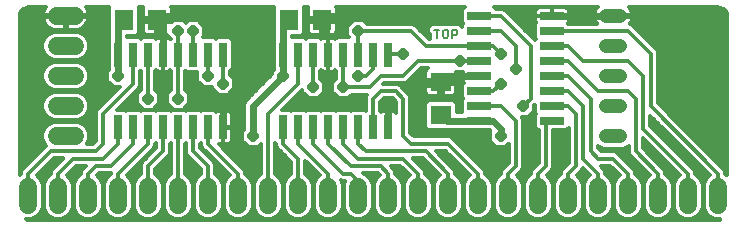
<source format=gtl>
G75*
G70*
%OFA0B0*%
%FSLAX24Y24*%
%IPPOS*%
%LPD*%
%AMOC8*
5,1,8,0,0,1.08239X$1,22.5*
%
%ADD10C,0.0060*%
%ADD11R,0.0260X0.0800*%
%ADD12R,0.0800X0.0260*%
%ADD13C,0.0600*%
%ADD14R,0.0630X0.0709*%
%ADD15R,0.0709X0.0630*%
%ADD16C,0.0480*%
%ADD17C,0.0120*%
%ADD18C,0.0240*%
%ADD19OC8,0.0376*%
D10*
X016447Y009360D02*
X016447Y009620D01*
X016533Y009620D02*
X016360Y009620D01*
X016655Y009577D02*
X016655Y009403D01*
X016698Y009360D01*
X016785Y009360D01*
X016828Y009403D01*
X016828Y009577D01*
X016785Y009620D01*
X016698Y009620D01*
X016655Y009577D01*
X016949Y009620D02*
X016949Y009360D01*
X016949Y009447D02*
X017079Y009447D01*
X017123Y009490D01*
X017123Y009577D01*
X017079Y009620D01*
X016949Y009620D01*
D11*
X014830Y008790D03*
X014330Y008790D03*
X013830Y008790D03*
X013330Y008790D03*
X012830Y008790D03*
X012330Y008790D03*
X011830Y008790D03*
X011330Y008790D03*
X009330Y008790D03*
X008830Y008790D03*
X008330Y008790D03*
X007830Y008790D03*
X007330Y008790D03*
X006830Y008790D03*
X006330Y008790D03*
X005830Y008790D03*
X005830Y006370D03*
X006330Y006370D03*
X006830Y006370D03*
X007330Y006370D03*
X007830Y006370D03*
X008330Y006370D03*
X008830Y006370D03*
X009330Y006370D03*
X011330Y006370D03*
X011830Y006370D03*
X012330Y006370D03*
X012830Y006370D03*
X013330Y006370D03*
X013830Y006370D03*
X014330Y006370D03*
X014830Y006370D03*
D12*
X017870Y006580D03*
X017870Y007080D03*
X017870Y007580D03*
X017870Y008080D03*
X017870Y008580D03*
X017870Y009080D03*
X017870Y009580D03*
X017870Y010080D03*
X020290Y010080D03*
X020290Y009580D03*
X020290Y009080D03*
X020290Y008580D03*
X020290Y008080D03*
X020290Y007580D03*
X020290Y007080D03*
X020290Y006580D03*
D13*
X019830Y004380D02*
X019830Y003780D01*
X018830Y003780D02*
X018830Y004380D01*
X017830Y004380D02*
X017830Y003780D01*
X016830Y003780D02*
X016830Y004380D01*
X015830Y004380D02*
X015830Y003780D01*
X014830Y003780D02*
X014830Y004380D01*
X013830Y004380D02*
X013830Y003780D01*
X012830Y003780D02*
X012830Y004380D01*
X011830Y004380D02*
X011830Y003780D01*
X010830Y003780D02*
X010830Y004380D01*
X009830Y004380D02*
X009830Y003780D01*
X008830Y003780D02*
X008830Y004380D01*
X007830Y004380D02*
X007830Y003780D01*
X006830Y003780D02*
X006830Y004380D01*
X005830Y004380D02*
X005830Y003780D01*
X004830Y003780D02*
X004830Y004380D01*
X003830Y004380D02*
X003830Y003780D01*
X002830Y003780D02*
X002830Y004380D01*
X003780Y006080D02*
X004380Y006080D01*
X004380Y007080D02*
X003780Y007080D01*
X003780Y008080D02*
X004380Y008080D01*
X004380Y009080D02*
X003780Y009080D01*
X003780Y010080D02*
X004380Y010080D01*
X020830Y004380D02*
X020830Y003780D01*
X021830Y003780D02*
X021830Y004380D01*
X022830Y004380D02*
X022830Y003780D01*
X023830Y003780D02*
X023830Y004380D01*
X024830Y004380D02*
X024830Y003780D01*
X025830Y003780D02*
X025830Y004380D01*
D14*
X012631Y009955D03*
X011529Y009955D03*
X007131Y009955D03*
X006029Y009955D03*
D15*
X016580Y007881D03*
X016580Y006779D03*
D16*
X022090Y007080D02*
X022570Y007080D01*
X022570Y006080D02*
X022090Y006080D01*
X022090Y008080D02*
X022570Y008080D01*
X022570Y009080D02*
X022090Y009080D01*
X022090Y010080D02*
X022570Y010080D01*
D17*
X002925Y003300D02*
X002763Y003300D01*
X002773Y003296D01*
X002830Y003290D01*
X025830Y003290D01*
X025887Y003296D01*
X025897Y003300D01*
X025735Y003300D01*
X025558Y003373D01*
X025423Y003508D01*
X025350Y003685D01*
X025350Y004475D01*
X025423Y004652D01*
X025546Y004775D01*
X023570Y006751D01*
X023570Y006429D01*
X025033Y004966D01*
X025070Y004878D01*
X025070Y004800D01*
X025102Y004787D01*
X025237Y004652D01*
X025310Y004475D01*
X025310Y003685D01*
X025237Y003508D01*
X025102Y003373D01*
X024925Y003300D01*
X024735Y003300D01*
X024558Y003373D01*
X024423Y003508D01*
X024350Y003685D01*
X024350Y004475D01*
X024423Y004652D01*
X024546Y004775D01*
X023320Y006001D01*
X023320Y005679D01*
X024033Y004966D01*
X024070Y004878D01*
X024070Y004800D01*
X024102Y004787D01*
X024237Y004652D01*
X024310Y004475D01*
X024310Y003685D01*
X024237Y003508D01*
X024102Y003373D01*
X023925Y003300D01*
X023735Y003300D01*
X023558Y003373D01*
X023423Y003508D01*
X023350Y003685D01*
X023350Y004475D01*
X023423Y004652D01*
X023546Y004775D01*
X022944Y005377D01*
X022877Y005444D01*
X022840Y005532D01*
X022840Y005756D01*
X022808Y005724D01*
X022654Y005660D01*
X022006Y005660D01*
X021852Y005724D01*
X021820Y005756D01*
X021820Y005679D01*
X021929Y005570D01*
X022378Y005570D01*
X022466Y005533D01*
X022533Y005466D01*
X023033Y004966D01*
X023070Y004878D01*
X023070Y004800D01*
X023102Y004787D01*
X023237Y004652D01*
X023310Y004475D01*
X023310Y003685D01*
X023237Y003508D01*
X023102Y003373D01*
X022925Y003300D01*
X022735Y003300D01*
X022558Y003373D01*
X022423Y003508D01*
X022350Y003685D01*
X022350Y004475D01*
X022423Y004652D01*
X022546Y004775D01*
X022231Y005090D01*
X021909Y005090D01*
X022033Y004966D01*
X022070Y004878D01*
X022070Y004800D01*
X022102Y004787D01*
X022237Y004652D01*
X022310Y004475D01*
X022310Y003685D01*
X022237Y003508D01*
X022102Y003373D01*
X021925Y003300D01*
X021735Y003300D01*
X021558Y003373D01*
X021423Y003508D01*
X021350Y003685D01*
X021350Y004475D01*
X021423Y004652D01*
X021546Y004775D01*
X021311Y005010D01*
X021283Y004944D01*
X021216Y004877D01*
X021114Y004775D01*
X021237Y004652D01*
X021310Y004475D01*
X021310Y003685D01*
X021237Y003508D01*
X021102Y003373D01*
X020925Y003300D01*
X020735Y003300D01*
X020558Y003373D01*
X020423Y003508D01*
X020350Y003685D01*
X020350Y004475D01*
X020423Y004652D01*
X020558Y004787D01*
X020590Y004800D01*
X020590Y004878D01*
X020627Y004966D01*
X020840Y005179D01*
X020840Y006345D01*
X020765Y006270D01*
X020320Y006270D01*
X020320Y005032D01*
X020283Y004944D01*
X020216Y004877D01*
X020216Y004877D01*
X020114Y004775D01*
X020237Y004652D01*
X020310Y004475D01*
X020310Y003685D01*
X020237Y003508D01*
X020102Y003373D01*
X019925Y003300D01*
X019735Y003300D01*
X019558Y003373D01*
X019423Y003508D01*
X019350Y003685D01*
X019350Y004475D01*
X019423Y004652D01*
X019558Y004787D01*
X019590Y004800D01*
X019590Y004878D01*
X019627Y004966D01*
X019840Y005179D01*
X019840Y006270D01*
X019815Y006270D01*
X019710Y006375D01*
X019710Y006785D01*
X019755Y006830D01*
X019710Y006875D01*
X019710Y007121D01*
X019698Y007109D01*
X019698Y006928D01*
X019482Y006712D01*
X019285Y006712D01*
X019320Y006628D01*
X019320Y005032D01*
X019283Y004944D01*
X019216Y004877D01*
X019114Y004775D01*
X019237Y004652D01*
X019310Y004475D01*
X019310Y003685D01*
X019237Y003508D01*
X019102Y003373D01*
X018925Y003300D01*
X018735Y003300D01*
X018558Y003373D01*
X018423Y003508D01*
X018350Y003685D01*
X018350Y004475D01*
X018423Y004652D01*
X018558Y004787D01*
X018590Y004800D01*
X018590Y004878D01*
X018627Y004966D01*
X018840Y005179D01*
X018840Y005819D01*
X018732Y005712D01*
X018428Y005712D01*
X018212Y005928D01*
X018212Y006232D01*
X018233Y006253D01*
X018216Y006270D01*
X017395Y006270D01*
X017385Y006280D01*
X016719Y006280D01*
X016710Y006284D01*
X016151Y006284D01*
X016046Y006389D01*
X016046Y007168D01*
X016151Y007274D01*
X017009Y007274D01*
X017114Y007168D01*
X017114Y006880D01*
X017290Y006880D01*
X017290Y007285D01*
X017335Y007330D01*
X017290Y007375D01*
X017290Y007785D01*
X017350Y007844D01*
X017342Y007852D01*
X017321Y007888D01*
X017310Y007929D01*
X017310Y008075D01*
X017865Y008075D01*
X017865Y008085D01*
X017310Y008085D01*
X017310Y008212D01*
X017094Y008212D01*
X017094Y007941D01*
X016640Y007941D01*
X016640Y007821D01*
X016640Y007406D01*
X016955Y007406D01*
X016996Y007417D01*
X017033Y007438D01*
X017062Y007468D01*
X017083Y007504D01*
X017094Y007545D01*
X017094Y007821D01*
X016640Y007821D01*
X016520Y007821D01*
X016520Y007406D01*
X016205Y007406D01*
X016164Y007417D01*
X016127Y007438D01*
X016098Y007468D01*
X016077Y007504D01*
X016066Y007545D01*
X016066Y007821D01*
X016520Y007821D01*
X016520Y007941D01*
X016066Y007941D01*
X016066Y008217D01*
X016077Y008258D01*
X016098Y008294D01*
X016127Y008324D01*
X016155Y008340D01*
X015929Y008340D01*
X015466Y007877D01*
X015378Y007840D01*
X014679Y007840D01*
X014659Y007820D01*
X015128Y007820D01*
X015216Y007783D01*
X015466Y007533D01*
X015533Y007466D01*
X015570Y007378D01*
X015570Y006179D01*
X015679Y006070D01*
X016878Y006070D01*
X016966Y006033D01*
X017966Y005033D01*
X018033Y004966D01*
X018070Y004878D01*
X018070Y004800D01*
X018102Y004787D01*
X018237Y004652D01*
X018310Y004475D01*
X018310Y003685D01*
X018237Y003508D01*
X018102Y003373D01*
X017925Y003300D01*
X017735Y003300D01*
X017558Y003373D01*
X017423Y003508D01*
X017350Y003685D01*
X017350Y004475D01*
X017423Y004652D01*
X017546Y004775D01*
X016731Y005590D01*
X016409Y005590D01*
X017033Y004966D01*
X017070Y004878D01*
X017070Y004800D01*
X017102Y004787D01*
X017237Y004652D01*
X017310Y004475D01*
X017310Y003685D01*
X017237Y003508D01*
X017102Y003373D01*
X016925Y003300D01*
X016735Y003300D01*
X016558Y003373D01*
X016423Y003508D01*
X016350Y003685D01*
X016350Y004475D01*
X016423Y004652D01*
X016546Y004775D01*
X015981Y005340D01*
X015659Y005340D01*
X016033Y004966D01*
X016070Y004878D01*
X016070Y004800D01*
X016102Y004787D01*
X016237Y004652D01*
X016310Y004475D01*
X016310Y003685D01*
X016237Y003508D01*
X016102Y003373D01*
X015925Y003300D01*
X015735Y003300D01*
X015558Y003373D01*
X015423Y003508D01*
X015350Y003685D01*
X015350Y004475D01*
X015423Y004652D01*
X015546Y004775D01*
X015231Y005090D01*
X014909Y005090D01*
X015033Y004966D01*
X015070Y004878D01*
X015070Y004800D01*
X015102Y004787D01*
X015237Y004652D01*
X015310Y004475D01*
X015310Y003685D01*
X015237Y003508D01*
X015102Y003373D01*
X014925Y003300D01*
X014735Y003300D01*
X014558Y003373D01*
X014423Y003508D01*
X014350Y003685D01*
X014350Y004475D01*
X014423Y004652D01*
X014546Y004775D01*
X014481Y004840D01*
X013974Y004840D01*
X014102Y004787D01*
X014237Y004652D01*
X014310Y004475D01*
X014310Y003685D01*
X014237Y003508D01*
X014102Y003373D01*
X013925Y003300D01*
X013735Y003300D01*
X013558Y003373D01*
X013423Y003508D01*
X013350Y003685D01*
X013350Y004475D01*
X013397Y004590D01*
X013282Y004590D01*
X013258Y004600D01*
X013310Y004475D01*
X013310Y003685D01*
X013237Y003508D01*
X013102Y003373D01*
X012925Y003300D01*
X012735Y003300D01*
X012558Y003373D01*
X012423Y003508D01*
X012350Y003685D01*
X012350Y004475D01*
X012423Y004652D01*
X012546Y004775D01*
X012070Y005251D01*
X012070Y004800D01*
X012102Y004787D01*
X012237Y004652D01*
X012310Y004475D01*
X012310Y003685D01*
X012237Y003508D01*
X012102Y003373D01*
X011925Y003300D01*
X011735Y003300D01*
X011558Y003373D01*
X011423Y003508D01*
X011350Y003685D01*
X011350Y004475D01*
X011423Y004652D01*
X011558Y004787D01*
X011590Y004800D01*
X011590Y005231D01*
X011194Y005627D01*
X011127Y005694D01*
X011090Y005782D01*
X011090Y005825D01*
X011070Y005845D01*
X011070Y004800D01*
X011102Y004787D01*
X011237Y004652D01*
X011310Y004475D01*
X011310Y003685D01*
X011237Y003508D01*
X011102Y003373D01*
X010925Y003300D01*
X010735Y003300D01*
X010558Y003373D01*
X010423Y003508D01*
X010350Y003685D01*
X010350Y004475D01*
X010423Y004652D01*
X010558Y004787D01*
X010590Y004800D01*
X010590Y005819D01*
X010482Y005712D01*
X010178Y005712D01*
X009962Y005928D01*
X009962Y006232D01*
X010030Y006301D01*
X010030Y007140D01*
X010076Y007250D01*
X010160Y007334D01*
X010962Y008136D01*
X010962Y008232D01*
X011030Y008301D01*
X011030Y008305D01*
X011020Y008315D01*
X011020Y009265D01*
X011030Y009275D01*
X011030Y009941D01*
X011034Y009950D01*
X011034Y010370D01*
X007596Y010370D01*
X007606Y010330D01*
X007606Y010015D01*
X007191Y010015D01*
X007191Y009895D01*
X007191Y009441D01*
X007462Y009441D01*
X007462Y009428D01*
X007572Y009317D01*
X007566Y009310D01*
X007558Y009318D01*
X007522Y009339D01*
X007481Y009350D01*
X007335Y009350D01*
X007335Y008795D01*
X007325Y008795D01*
X007325Y009350D01*
X007179Y009350D01*
X007138Y009339D01*
X007102Y009318D01*
X007094Y009310D01*
X007035Y009370D01*
X006625Y009370D01*
X006580Y009325D01*
X006535Y009370D01*
X006130Y009370D01*
X006130Y009421D01*
X006418Y009421D01*
X006524Y009526D01*
X006524Y010370D01*
X006667Y010370D01*
X006656Y010330D01*
X006656Y010015D01*
X007071Y010015D01*
X007071Y009895D01*
X006656Y009895D01*
X006656Y009580D01*
X006667Y009539D01*
X006688Y009502D01*
X006718Y009473D01*
X006754Y009452D01*
X006795Y009441D01*
X007071Y009441D01*
X007071Y009895D01*
X007191Y009895D01*
X007606Y009895D01*
X007606Y009877D01*
X007678Y009948D01*
X007982Y009948D01*
X008080Y009851D01*
X008178Y009948D01*
X008482Y009948D01*
X008698Y009732D01*
X008698Y009428D01*
X008641Y009370D01*
X009035Y009370D01*
X009080Y009325D01*
X009125Y009370D01*
X009535Y009370D01*
X009640Y009265D01*
X009640Y008315D01*
X009570Y008245D01*
X009570Y008111D01*
X009698Y007982D01*
X009698Y007678D01*
X009482Y007462D01*
X009178Y007462D01*
X008962Y007678D01*
X008962Y007712D01*
X008678Y007712D01*
X008462Y007928D01*
X008462Y008210D01*
X008125Y008210D01*
X008080Y008255D01*
X008070Y008245D01*
X008070Y007611D01*
X008198Y007482D01*
X008198Y007178D01*
X007982Y006962D01*
X007678Y006962D01*
X007462Y007178D01*
X007462Y007482D01*
X007590Y007611D01*
X007590Y008245D01*
X007566Y008270D01*
X007558Y008262D01*
X007522Y008241D01*
X007481Y008230D01*
X007335Y008230D01*
X007335Y008785D01*
X007325Y008785D01*
X007325Y008230D01*
X007179Y008230D01*
X007138Y008241D01*
X007102Y008262D01*
X007094Y008270D01*
X007070Y008245D01*
X007070Y007611D01*
X007198Y007482D01*
X007198Y007178D01*
X006982Y006962D01*
X006678Y006962D01*
X006462Y007178D01*
X006462Y007482D01*
X006590Y007611D01*
X006590Y008245D01*
X006580Y008255D01*
X006570Y008245D01*
X006570Y007782D01*
X006533Y007694D01*
X006466Y007627D01*
X006466Y007627D01*
X005789Y006950D01*
X006035Y006950D01*
X006080Y006905D01*
X006125Y006950D01*
X006535Y006950D01*
X006580Y006905D01*
X006625Y006950D01*
X007035Y006950D01*
X007080Y006905D01*
X007125Y006950D01*
X007535Y006950D01*
X007580Y006905D01*
X007625Y006950D01*
X008035Y006950D01*
X008080Y006905D01*
X008125Y006950D01*
X008535Y006950D01*
X008580Y006905D01*
X008625Y006950D01*
X009035Y006950D01*
X009094Y006890D01*
X009102Y006898D01*
X009138Y006919D01*
X009179Y006930D01*
X009325Y006930D01*
X009325Y006375D01*
X009335Y006375D01*
X009335Y006930D01*
X009481Y006930D01*
X009522Y006919D01*
X009558Y006898D01*
X009588Y006868D01*
X009609Y006832D01*
X009620Y006791D01*
X009620Y006375D01*
X009335Y006375D01*
X009335Y006365D01*
X009620Y006365D01*
X009620Y005949D01*
X009609Y005908D01*
X009588Y005872D01*
X009558Y005842D01*
X009522Y005821D01*
X009481Y005810D01*
X009335Y005810D01*
X009335Y006365D01*
X009325Y006365D01*
X009325Y005810D01*
X009189Y005810D01*
X009966Y005033D01*
X010033Y004966D01*
X010070Y004878D01*
X010070Y004800D01*
X010102Y004787D01*
X010237Y004652D01*
X010310Y004475D01*
X010310Y003685D01*
X010237Y003508D01*
X010102Y003373D01*
X009925Y003300D01*
X009735Y003300D01*
X009558Y003373D01*
X009423Y003508D01*
X009350Y003685D01*
X009350Y004475D01*
X009423Y004652D01*
X009546Y004775D01*
X008627Y005694D01*
X008590Y005782D01*
X008590Y005825D01*
X008580Y005835D01*
X008570Y005825D01*
X008570Y005679D01*
X009033Y005216D01*
X009070Y005128D01*
X009070Y004800D01*
X009102Y004787D01*
X009237Y004652D01*
X009310Y004475D01*
X009310Y003685D01*
X009237Y003508D01*
X009102Y003373D01*
X008925Y003300D01*
X008735Y003300D01*
X008558Y003373D01*
X008423Y003508D01*
X008350Y003685D01*
X008350Y004475D01*
X008423Y004652D01*
X008558Y004787D01*
X008590Y004800D01*
X008590Y004981D01*
X008194Y005377D01*
X008127Y005444D01*
X008090Y005532D01*
X008090Y005825D01*
X008080Y005835D01*
X008070Y005825D01*
X008070Y004800D01*
X008102Y004787D01*
X008237Y004652D01*
X008310Y004475D01*
X008310Y003685D01*
X008237Y003508D01*
X008102Y003373D01*
X007925Y003300D01*
X007735Y003300D01*
X007558Y003373D01*
X007423Y003508D01*
X007350Y003685D01*
X007350Y004475D01*
X007423Y004652D01*
X007558Y004787D01*
X007590Y004800D01*
X007590Y005825D01*
X007580Y005835D01*
X007570Y005825D01*
X007570Y005532D01*
X007533Y005444D01*
X007070Y004981D01*
X007070Y004800D01*
X007102Y004787D01*
X007237Y004652D01*
X007310Y004475D01*
X007310Y003685D01*
X007237Y003508D01*
X007102Y003373D01*
X006925Y003300D01*
X006735Y003300D01*
X006558Y003373D01*
X006423Y003508D01*
X006350Y003685D01*
X006350Y004475D01*
X006423Y004652D01*
X006558Y004787D01*
X006590Y004800D01*
X006590Y005128D01*
X006627Y005216D01*
X006694Y005283D01*
X007090Y005679D01*
X007090Y005825D01*
X007080Y005835D01*
X007070Y005825D01*
X007070Y005782D01*
X007033Y005694D01*
X006114Y004775D01*
X006237Y004652D01*
X006310Y004475D01*
X006310Y003685D01*
X006237Y003508D01*
X006102Y003373D01*
X005925Y003300D01*
X005735Y003300D01*
X005558Y003373D01*
X005423Y003508D01*
X005350Y003685D01*
X005350Y004475D01*
X005423Y004652D01*
X005558Y004787D01*
X005590Y004800D01*
X005590Y004840D01*
X005179Y004840D01*
X005114Y004775D01*
X005237Y004652D01*
X005310Y004475D01*
X005310Y003685D01*
X005237Y003508D01*
X005102Y003373D01*
X004925Y003300D01*
X004735Y003300D01*
X004558Y003373D01*
X004423Y003508D01*
X004350Y003685D01*
X004350Y004475D01*
X004423Y004652D01*
X004558Y004787D01*
X004590Y004800D01*
X004590Y004878D01*
X004627Y004966D01*
X004694Y005033D01*
X004751Y005090D01*
X004429Y005090D01*
X004114Y004775D01*
X004237Y004652D01*
X004310Y004475D01*
X004310Y003685D01*
X004237Y003508D01*
X004102Y003373D01*
X003925Y003300D01*
X003735Y003300D01*
X003558Y003373D01*
X003423Y003508D01*
X003350Y003685D01*
X003350Y004475D01*
X003423Y004652D01*
X003558Y004787D01*
X003590Y004800D01*
X003590Y004878D01*
X003627Y004966D01*
X003694Y005033D01*
X004001Y005340D01*
X003679Y005340D01*
X003114Y004775D01*
X003237Y004652D01*
X003310Y004475D01*
X003310Y003685D01*
X003237Y003508D01*
X003102Y003373D01*
X002925Y003300D01*
X002967Y003317D02*
X003693Y003317D01*
X003496Y003436D02*
X003164Y003436D01*
X003256Y003554D02*
X003404Y003554D01*
X003355Y003673D02*
X003305Y003673D01*
X003310Y003791D02*
X003350Y003791D01*
X003350Y003910D02*
X003310Y003910D01*
X003310Y004028D02*
X003350Y004028D01*
X003350Y004147D02*
X003310Y004147D01*
X003310Y004265D02*
X003350Y004265D01*
X003350Y004384D02*
X003310Y004384D01*
X003299Y004502D02*
X003361Y004502D01*
X003410Y004621D02*
X003250Y004621D01*
X003150Y004739D02*
X003510Y004739D01*
X003590Y004858D02*
X003197Y004858D01*
X003315Y004976D02*
X003637Y004976D01*
X003755Y005095D02*
X003434Y005095D01*
X003552Y005213D02*
X003874Y005213D01*
X003992Y005332D02*
X003671Y005332D01*
X003580Y005580D02*
X002830Y004830D01*
X002830Y004080D01*
X003830Y004080D02*
X003830Y004830D01*
X004330Y005330D01*
X005330Y005330D01*
X005830Y005830D01*
X005830Y006370D01*
X006330Y006370D02*
X006330Y005830D01*
X005580Y005080D01*
X005080Y005080D01*
X004830Y004830D01*
X004830Y004080D01*
X005310Y004028D02*
X005350Y004028D01*
X005350Y003910D02*
X005310Y003910D01*
X005310Y003791D02*
X005350Y003791D01*
X005355Y003673D02*
X005305Y003673D01*
X005256Y003554D02*
X005404Y003554D01*
X005496Y003436D02*
X005164Y003436D01*
X004967Y003317D02*
X005693Y003317D01*
X005967Y003317D02*
X006693Y003317D01*
X006496Y003436D02*
X006164Y003436D01*
X006256Y003554D02*
X006404Y003554D01*
X006355Y003673D02*
X006305Y003673D01*
X006310Y003791D02*
X006350Y003791D01*
X006350Y003910D02*
X006310Y003910D01*
X006310Y004028D02*
X006350Y004028D01*
X006350Y004147D02*
X006310Y004147D01*
X006310Y004265D02*
X006350Y004265D01*
X006350Y004384D02*
X006310Y004384D01*
X006299Y004502D02*
X006361Y004502D01*
X006410Y004621D02*
X006250Y004621D01*
X006150Y004739D02*
X006510Y004739D01*
X006590Y004858D02*
X006197Y004858D01*
X006315Y004976D02*
X006590Y004976D01*
X006590Y005095D02*
X006434Y005095D01*
X006552Y005213D02*
X006625Y005213D01*
X006671Y005332D02*
X006742Y005332D01*
X006789Y005450D02*
X006861Y005450D01*
X006908Y005569D02*
X006979Y005569D01*
X007026Y005687D02*
X007090Y005687D01*
X007090Y005806D02*
X007070Y005806D01*
X006830Y005830D02*
X005830Y004830D01*
X005830Y004080D01*
X005350Y004147D02*
X005310Y004147D01*
X005310Y004265D02*
X005350Y004265D01*
X005350Y004384D02*
X005310Y004384D01*
X005299Y004502D02*
X005361Y004502D01*
X005410Y004621D02*
X005250Y004621D01*
X005150Y004739D02*
X005510Y004739D01*
X004637Y004976D02*
X004315Y004976D01*
X004197Y004858D02*
X004590Y004858D01*
X004510Y004739D02*
X004150Y004739D01*
X004250Y004621D02*
X004410Y004621D01*
X004361Y004502D02*
X004299Y004502D01*
X004310Y004384D02*
X004350Y004384D01*
X004350Y004265D02*
X004310Y004265D01*
X004310Y004147D02*
X004350Y004147D01*
X004350Y004028D02*
X004310Y004028D01*
X004310Y003910D02*
X004350Y003910D01*
X004350Y003791D02*
X004310Y003791D01*
X004305Y003673D02*
X004355Y003673D01*
X004404Y003554D02*
X004256Y003554D01*
X004164Y003436D02*
X004496Y003436D01*
X004693Y003317D02*
X003967Y003317D01*
X002590Y004800D02*
X002558Y004787D01*
X002540Y004769D01*
X002540Y010080D01*
X002546Y010137D01*
X002589Y010241D01*
X002669Y010321D01*
X002773Y010364D01*
X002830Y010370D01*
X003422Y010370D01*
X003387Y010321D01*
X003354Y010257D01*
X003331Y010188D01*
X003321Y010120D01*
X004040Y010120D01*
X004040Y010040D01*
X004120Y010040D01*
X004120Y010120D01*
X004839Y010120D01*
X004829Y010188D01*
X004806Y010257D01*
X004773Y010321D01*
X004738Y010370D01*
X005534Y010370D01*
X005534Y009950D01*
X005530Y009941D01*
X005530Y009275D01*
X005520Y009265D01*
X005520Y008315D01*
X005530Y008305D01*
X005530Y008301D01*
X005462Y008232D01*
X005462Y007928D01*
X005678Y007712D01*
X005872Y007712D01*
X005194Y007033D01*
X005127Y006966D01*
X005090Y006878D01*
X005090Y005929D01*
X004981Y005820D01*
X004792Y005820D01*
X004860Y005985D01*
X004860Y006175D01*
X004787Y006352D01*
X004652Y006487D01*
X004475Y006560D01*
X003685Y006560D01*
X003508Y006487D01*
X003373Y006352D01*
X003300Y006175D01*
X003300Y005985D01*
X003373Y005808D01*
X003421Y005760D01*
X002694Y005033D01*
X002627Y004966D01*
X002590Y004878D01*
X002590Y004800D01*
X002590Y004858D02*
X002540Y004858D01*
X002540Y004976D02*
X002637Y004976D01*
X002540Y005095D02*
X002755Y005095D01*
X002874Y005213D02*
X002540Y005213D01*
X002540Y005332D02*
X002992Y005332D01*
X003111Y005450D02*
X002540Y005450D01*
X002540Y005569D02*
X003229Y005569D01*
X003348Y005687D02*
X002540Y005687D01*
X002540Y005806D02*
X003376Y005806D01*
X003325Y005924D02*
X002540Y005924D01*
X002540Y006043D02*
X003300Y006043D01*
X003300Y006161D02*
X002540Y006161D01*
X002540Y006280D02*
X003343Y006280D01*
X003419Y006398D02*
X002540Y006398D01*
X002540Y006517D02*
X003580Y006517D01*
X003600Y006635D02*
X002540Y006635D01*
X002540Y006754D02*
X003428Y006754D01*
X003373Y006808D02*
X003508Y006673D01*
X003685Y006600D01*
X004475Y006600D01*
X004652Y006673D01*
X004787Y006808D01*
X004860Y006985D01*
X004860Y007175D01*
X004787Y007352D01*
X004652Y007487D01*
X004475Y007560D01*
X003685Y007560D01*
X003508Y007487D01*
X003373Y007352D01*
X003300Y007175D01*
X003300Y006985D01*
X003373Y006808D01*
X003347Y006872D02*
X002540Y006872D01*
X002540Y006991D02*
X003300Y006991D01*
X003300Y007109D02*
X002540Y007109D01*
X002540Y007228D02*
X003322Y007228D01*
X003371Y007346D02*
X002540Y007346D01*
X002540Y007465D02*
X003486Y007465D01*
X003508Y007673D02*
X003685Y007600D01*
X004475Y007600D01*
X004652Y007673D01*
X004787Y007808D01*
X004860Y007985D01*
X004860Y008175D01*
X004787Y008352D01*
X004652Y008487D01*
X004475Y008560D01*
X003685Y008560D01*
X003508Y008487D01*
X003373Y008352D01*
X003300Y008175D01*
X003300Y007985D01*
X003373Y007808D01*
X003508Y007673D01*
X003480Y007702D02*
X002540Y007702D01*
X002540Y007820D02*
X003368Y007820D01*
X003319Y007939D02*
X002540Y007939D01*
X002540Y008057D02*
X003300Y008057D01*
X003300Y008176D02*
X002540Y008176D01*
X002540Y008294D02*
X003349Y008294D01*
X003434Y008413D02*
X002540Y008413D01*
X002540Y008531D02*
X003615Y008531D01*
X003685Y008600D02*
X003508Y008673D01*
X003373Y008808D01*
X003300Y008985D01*
X003300Y009175D01*
X003373Y009352D01*
X003508Y009487D01*
X003685Y009560D01*
X004475Y009560D01*
X004652Y009487D01*
X004787Y009352D01*
X004860Y009175D01*
X004860Y008985D01*
X004787Y008808D01*
X004652Y008673D01*
X004475Y008600D01*
X003685Y008600D01*
X003565Y008650D02*
X002540Y008650D01*
X002540Y008768D02*
X003413Y008768D01*
X003341Y008887D02*
X002540Y008887D01*
X002540Y009005D02*
X003300Y009005D01*
X003300Y009124D02*
X002540Y009124D01*
X002540Y009242D02*
X003328Y009242D01*
X003382Y009361D02*
X002540Y009361D01*
X002540Y009479D02*
X003500Y009479D01*
X003603Y009654D02*
X003672Y009631D01*
X003744Y009620D01*
X004040Y009620D01*
X004040Y010040D01*
X003321Y010040D01*
X003331Y009972D01*
X003354Y009903D01*
X003387Y009839D01*
X003429Y009780D01*
X003480Y009729D01*
X003539Y009687D01*
X003603Y009654D01*
X003498Y009716D02*
X002540Y009716D01*
X002540Y009598D02*
X005530Y009598D01*
X005530Y009716D02*
X004662Y009716D01*
X004680Y009729D02*
X004731Y009780D01*
X004773Y009839D01*
X004806Y009903D01*
X004829Y009972D01*
X004839Y010040D01*
X004120Y010040D01*
X004120Y009620D01*
X004416Y009620D01*
X004488Y009631D01*
X004557Y009654D01*
X004621Y009687D01*
X004680Y009729D01*
X004770Y009835D02*
X005530Y009835D01*
X005534Y009953D02*
X004822Y009953D01*
X004828Y010190D02*
X005534Y010190D01*
X005534Y010072D02*
X004120Y010072D01*
X004040Y010072D02*
X002540Y010072D01*
X002540Y009953D02*
X003338Y009953D01*
X003390Y009835D02*
X002540Y009835D01*
X002568Y010190D02*
X003332Y010190D01*
X003380Y010309D02*
X002656Y010309D01*
X004040Y009953D02*
X004120Y009953D01*
X004120Y009835D02*
X004040Y009835D01*
X004040Y009716D02*
X004120Y009716D01*
X004660Y009479D02*
X005530Y009479D01*
X005530Y009361D02*
X004778Y009361D01*
X004832Y009242D02*
X005520Y009242D01*
X005520Y009124D02*
X004860Y009124D01*
X004860Y009005D02*
X005520Y009005D01*
X005520Y008887D02*
X004819Y008887D01*
X004747Y008768D02*
X005520Y008768D01*
X005520Y008650D02*
X004595Y008650D01*
X004545Y008531D02*
X005520Y008531D01*
X005520Y008413D02*
X004726Y008413D01*
X004811Y008294D02*
X005523Y008294D01*
X005462Y008176D02*
X004860Y008176D01*
X004860Y008057D02*
X005462Y008057D01*
X005462Y007939D02*
X004841Y007939D01*
X004792Y007820D02*
X005569Y007820D01*
X005862Y007702D02*
X004680Y007702D01*
X004674Y007465D02*
X005625Y007465D01*
X005744Y007583D02*
X002540Y007583D01*
X004560Y006635D02*
X005090Y006635D01*
X005090Y006517D02*
X004580Y006517D01*
X004741Y006398D02*
X005090Y006398D01*
X005090Y006280D02*
X004817Y006280D01*
X004860Y006161D02*
X005090Y006161D01*
X005090Y006043D02*
X004860Y006043D01*
X004835Y005924D02*
X005085Y005924D01*
X005330Y005830D02*
X005080Y005580D01*
X003580Y005580D01*
X005330Y005830D02*
X005330Y006830D01*
X006330Y007830D01*
X006330Y008790D01*
X006830Y008790D02*
X006830Y007330D01*
X006462Y007346D02*
X006185Y007346D01*
X006067Y007228D02*
X006462Y007228D01*
X006530Y007109D02*
X005948Y007109D01*
X005830Y006991D02*
X006649Y006991D01*
X007011Y006991D02*
X007649Y006991D01*
X007530Y007109D02*
X007130Y007109D01*
X007198Y007228D02*
X007462Y007228D01*
X007462Y007346D02*
X007198Y007346D01*
X007198Y007465D02*
X007462Y007465D01*
X007562Y007583D02*
X007098Y007583D01*
X007070Y007702D02*
X007590Y007702D01*
X007590Y007820D02*
X007070Y007820D01*
X007070Y007939D02*
X007590Y007939D01*
X007590Y008057D02*
X007070Y008057D01*
X007070Y008176D02*
X007590Y008176D01*
X007335Y008294D02*
X007325Y008294D01*
X007325Y008413D02*
X007335Y008413D01*
X007325Y008531D02*
X007335Y008531D01*
X007325Y008650D02*
X007335Y008650D01*
X007325Y008768D02*
X007335Y008768D01*
X007325Y008887D02*
X007335Y008887D01*
X007325Y009005D02*
X007335Y009005D01*
X007325Y009124D02*
X007335Y009124D01*
X007325Y009242D02*
X007335Y009242D01*
X007529Y009361D02*
X007044Y009361D01*
X007071Y009479D02*
X007191Y009479D01*
X007191Y009598D02*
X007071Y009598D01*
X007071Y009716D02*
X007191Y009716D01*
X007191Y009835D02*
X007071Y009835D01*
X007071Y009953D02*
X006524Y009953D01*
X006524Y009835D02*
X006656Y009835D01*
X006656Y009716D02*
X006524Y009716D01*
X006524Y009598D02*
X006656Y009598D01*
X006712Y009479D02*
X006477Y009479D01*
X006544Y009361D02*
X006616Y009361D01*
X007131Y009955D02*
X007330Y009881D01*
X007191Y009953D02*
X011034Y009953D01*
X011034Y010072D02*
X007606Y010072D01*
X007606Y010190D02*
X011034Y010190D01*
X011034Y010309D02*
X007606Y010309D01*
X006656Y010309D02*
X006524Y010309D01*
X006524Y010190D02*
X006656Y010190D01*
X006656Y010072D02*
X006524Y010072D01*
X006029Y009955D02*
X005830Y009881D01*
X005534Y010309D02*
X004780Y010309D01*
X007830Y009580D02*
X007830Y008790D01*
X007830Y007330D01*
X008198Y007346D02*
X010172Y007346D01*
X010066Y007228D02*
X008198Y007228D01*
X008130Y007109D02*
X010030Y007109D01*
X010030Y006991D02*
X008011Y006991D01*
X008198Y007465D02*
X009175Y007465D01*
X009056Y007583D02*
X008098Y007583D01*
X008070Y007702D02*
X008962Y007702D01*
X008569Y007820D02*
X008070Y007820D01*
X008070Y007939D02*
X008462Y007939D01*
X008462Y008057D02*
X008070Y008057D01*
X008070Y008176D02*
X008462Y008176D01*
X008830Y008080D02*
X008830Y008790D01*
X008330Y008790D02*
X008330Y009580D01*
X008698Y009598D02*
X011030Y009598D01*
X011030Y009716D02*
X008698Y009716D01*
X008596Y009835D02*
X011030Y009835D01*
X011330Y009881D02*
X011529Y009955D01*
X012024Y009953D02*
X012571Y009953D01*
X012571Y009895D02*
X012156Y009895D01*
X012156Y009580D01*
X012167Y009539D01*
X012188Y009502D01*
X012218Y009473D01*
X012254Y009452D01*
X012295Y009441D01*
X012571Y009441D01*
X012571Y009895D01*
X012571Y010015D01*
X012156Y010015D01*
X012156Y010330D01*
X012167Y010370D01*
X012024Y010370D01*
X012024Y009526D01*
X011918Y009421D01*
X011630Y009421D01*
X011630Y009370D01*
X012035Y009370D01*
X012080Y009325D01*
X012125Y009370D01*
X012535Y009370D01*
X012594Y009310D01*
X012602Y009318D01*
X012638Y009339D01*
X012679Y009350D01*
X012825Y009350D01*
X012825Y008795D01*
X012835Y008795D01*
X012835Y009350D01*
X012981Y009350D01*
X013022Y009339D01*
X013058Y009318D01*
X013066Y009310D01*
X013125Y009370D01*
X013519Y009370D01*
X013462Y009428D01*
X013462Y009732D01*
X013678Y009948D01*
X013982Y009948D01*
X014111Y009820D01*
X015628Y009820D01*
X015716Y009783D01*
X015783Y009716D01*
X016159Y009716D01*
X016150Y009707D02*
X016150Y009533D01*
X016237Y009446D01*
X016237Y009320D01*
X016179Y009320D01*
X015783Y009716D01*
X015902Y009598D02*
X016150Y009598D01*
X016150Y009707D02*
X016273Y009830D01*
X017166Y009830D01*
X017210Y009787D01*
X017290Y009707D01*
X017290Y009785D01*
X017335Y009830D01*
X017290Y009875D01*
X017290Y010285D01*
X017375Y010370D01*
X013096Y010370D01*
X013106Y010330D01*
X013106Y010015D01*
X012691Y010015D01*
X012691Y009895D01*
X012691Y009441D01*
X012967Y009441D01*
X013008Y009452D01*
X013044Y009473D01*
X013074Y009502D01*
X013095Y009539D01*
X013106Y009580D01*
X013106Y009895D01*
X012691Y009895D01*
X012571Y009895D01*
X012571Y009835D02*
X012691Y009835D01*
X012691Y009953D02*
X017290Y009953D01*
X017290Y010072D02*
X013106Y010072D01*
X013106Y010190D02*
X017290Y010190D01*
X017314Y010309D02*
X013106Y010309D01*
X012830Y010080D02*
X012830Y009881D01*
X012631Y009955D01*
X012830Y009881D02*
X012830Y008790D01*
X012835Y008785D02*
X012835Y008230D01*
X012981Y008230D01*
X013022Y008241D01*
X013058Y008262D01*
X013066Y008270D01*
X013090Y008245D01*
X013090Y007986D01*
X012962Y007857D01*
X012962Y007553D01*
X013178Y007337D01*
X013482Y007337D01*
X013611Y007465D01*
X014126Y007465D01*
X014090Y007378D01*
X014090Y006915D01*
X014080Y006905D01*
X014035Y006950D01*
X013625Y006950D01*
X013580Y006905D01*
X013535Y006950D01*
X013125Y006950D01*
X013080Y006905D01*
X013035Y006950D01*
X012625Y006950D01*
X012580Y006905D01*
X012535Y006950D01*
X012125Y006950D01*
X012080Y006905D01*
X012035Y006950D01*
X011625Y006950D01*
X011580Y006905D01*
X011535Y006950D01*
X011289Y006950D01*
X011962Y007622D01*
X011962Y007553D01*
X012178Y007337D01*
X012482Y007337D01*
X012698Y007553D01*
X012698Y007857D01*
X012570Y007986D01*
X012570Y008245D01*
X012594Y008270D01*
X012602Y008262D01*
X012638Y008241D01*
X012679Y008230D01*
X012825Y008230D01*
X012825Y008785D01*
X012835Y008785D01*
X012835Y008768D02*
X012825Y008768D01*
X012825Y008650D02*
X012835Y008650D01*
X012825Y008531D02*
X012835Y008531D01*
X012825Y008413D02*
X012835Y008413D01*
X012825Y008294D02*
X012835Y008294D01*
X013090Y008176D02*
X012570Y008176D01*
X012570Y008057D02*
X013090Y008057D01*
X013043Y007939D02*
X012617Y007939D01*
X012698Y007820D02*
X012962Y007820D01*
X012962Y007702D02*
X012698Y007702D01*
X012698Y007583D02*
X012962Y007583D01*
X013050Y007465D02*
X012610Y007465D01*
X012492Y007346D02*
X013168Y007346D01*
X013492Y007346D02*
X014090Y007346D01*
X014090Y007228D02*
X011567Y007228D01*
X011685Y007346D02*
X012168Y007346D01*
X012050Y007465D02*
X011804Y007465D01*
X011922Y007583D02*
X011962Y007583D01*
X012330Y007705D02*
X012330Y008790D01*
X011830Y008790D02*
X011830Y007830D01*
X010830Y006830D01*
X010830Y004080D01*
X010350Y004028D02*
X010310Y004028D01*
X010310Y003910D02*
X010350Y003910D01*
X010350Y003791D02*
X010310Y003791D01*
X010305Y003673D02*
X010355Y003673D01*
X010404Y003554D02*
X010256Y003554D01*
X010164Y003436D02*
X010496Y003436D01*
X010693Y003317D02*
X009967Y003317D01*
X009693Y003317D02*
X008967Y003317D01*
X009164Y003436D02*
X009496Y003436D01*
X009404Y003554D02*
X009256Y003554D01*
X009305Y003673D02*
X009355Y003673D01*
X009350Y003791D02*
X009310Y003791D01*
X009310Y003910D02*
X009350Y003910D01*
X009350Y004028D02*
X009310Y004028D01*
X009310Y004147D02*
X009350Y004147D01*
X009350Y004265D02*
X009310Y004265D01*
X009310Y004384D02*
X009350Y004384D01*
X009361Y004502D02*
X009299Y004502D01*
X009250Y004621D02*
X009410Y004621D01*
X009510Y004739D02*
X009150Y004739D01*
X009070Y004858D02*
X009463Y004858D01*
X009345Y004976D02*
X009070Y004976D01*
X009070Y005095D02*
X009226Y005095D01*
X009108Y005213D02*
X009035Y005213D01*
X008989Y005332D02*
X008918Y005332D01*
X008871Y005450D02*
X008799Y005450D01*
X008752Y005569D02*
X008681Y005569D01*
X008634Y005687D02*
X008570Y005687D01*
X008570Y005806D02*
X008590Y005806D01*
X008830Y005830D02*
X009830Y004830D01*
X009830Y004080D01*
X010310Y004147D02*
X010350Y004147D01*
X010350Y004265D02*
X010310Y004265D01*
X010310Y004384D02*
X010350Y004384D01*
X010361Y004502D02*
X010299Y004502D01*
X010250Y004621D02*
X010410Y004621D01*
X010510Y004739D02*
X010150Y004739D01*
X010070Y004858D02*
X010590Y004858D01*
X010590Y004976D02*
X010023Y004976D01*
X009905Y005095D02*
X010590Y005095D01*
X010590Y005213D02*
X009786Y005213D01*
X009668Y005332D02*
X010590Y005332D01*
X010590Y005450D02*
X009549Y005450D01*
X009431Y005569D02*
X010590Y005569D01*
X010590Y005687D02*
X009312Y005687D01*
X009194Y005806D02*
X010084Y005806D01*
X009965Y005924D02*
X009613Y005924D01*
X009620Y006043D02*
X009962Y006043D01*
X009962Y006161D02*
X009620Y006161D01*
X009620Y006280D02*
X010009Y006280D01*
X010030Y006398D02*
X009620Y006398D01*
X009620Y006517D02*
X010030Y006517D01*
X010030Y006635D02*
X009620Y006635D01*
X009620Y006754D02*
X010030Y006754D01*
X010030Y006872D02*
X009584Y006872D01*
X009335Y006872D02*
X009325Y006872D01*
X009325Y006754D02*
X009335Y006754D01*
X009325Y006635D02*
X009335Y006635D01*
X009325Y006517D02*
X009335Y006517D01*
X009325Y006398D02*
X009335Y006398D01*
X009325Y006280D02*
X009335Y006280D01*
X009325Y006161D02*
X009335Y006161D01*
X009325Y006043D02*
X009335Y006043D01*
X009325Y005924D02*
X009335Y005924D01*
X008830Y005830D02*
X008830Y006370D01*
X008330Y006370D02*
X008330Y005580D01*
X008830Y005080D01*
X008830Y004080D01*
X008350Y004028D02*
X008310Y004028D01*
X008310Y003910D02*
X008350Y003910D01*
X008350Y003791D02*
X008310Y003791D01*
X008305Y003673D02*
X008355Y003673D01*
X008404Y003554D02*
X008256Y003554D01*
X008164Y003436D02*
X008496Y003436D01*
X008693Y003317D02*
X007967Y003317D01*
X007693Y003317D02*
X006967Y003317D01*
X007164Y003436D02*
X007496Y003436D01*
X007404Y003554D02*
X007256Y003554D01*
X007305Y003673D02*
X007355Y003673D01*
X007350Y003791D02*
X007310Y003791D01*
X007310Y003910D02*
X007350Y003910D01*
X007350Y004028D02*
X007310Y004028D01*
X007310Y004147D02*
X007350Y004147D01*
X007350Y004265D02*
X007310Y004265D01*
X007310Y004384D02*
X007350Y004384D01*
X007361Y004502D02*
X007299Y004502D01*
X007250Y004621D02*
X007410Y004621D01*
X007510Y004739D02*
X007150Y004739D01*
X007070Y004858D02*
X007590Y004858D01*
X007590Y004976D02*
X007070Y004976D01*
X007184Y005095D02*
X007590Y005095D01*
X007590Y005213D02*
X007302Y005213D01*
X007421Y005332D02*
X007590Y005332D01*
X007590Y005450D02*
X007536Y005450D01*
X007570Y005569D02*
X007590Y005569D01*
X007590Y005687D02*
X007570Y005687D01*
X007570Y005806D02*
X007590Y005806D01*
X007330Y005580D02*
X006830Y005080D01*
X006830Y004080D01*
X007830Y004080D02*
X007830Y006370D01*
X007330Y006370D02*
X007330Y005580D01*
X006830Y005830D02*
X006830Y006370D01*
X008070Y005806D02*
X008090Y005806D01*
X008090Y005687D02*
X008070Y005687D01*
X008070Y005569D02*
X008090Y005569D01*
X008070Y005450D02*
X008124Y005450D01*
X008070Y005332D02*
X008239Y005332D01*
X008358Y005213D02*
X008070Y005213D01*
X008070Y005095D02*
X008476Y005095D01*
X008590Y004976D02*
X008070Y004976D01*
X008070Y004858D02*
X008590Y004858D01*
X008510Y004739D02*
X008150Y004739D01*
X008250Y004621D02*
X008410Y004621D01*
X008361Y004502D02*
X008299Y004502D01*
X008310Y004384D02*
X008350Y004384D01*
X008350Y004265D02*
X008310Y004265D01*
X008310Y004147D02*
X008350Y004147D01*
X010967Y003317D02*
X011693Y003317D01*
X011496Y003436D02*
X011164Y003436D01*
X011256Y003554D02*
X011404Y003554D01*
X011355Y003673D02*
X011305Y003673D01*
X011310Y003791D02*
X011350Y003791D01*
X011350Y003910D02*
X011310Y003910D01*
X011310Y004028D02*
X011350Y004028D01*
X011350Y004147D02*
X011310Y004147D01*
X011310Y004265D02*
X011350Y004265D01*
X011350Y004384D02*
X011310Y004384D01*
X011299Y004502D02*
X011361Y004502D01*
X011410Y004621D02*
X011250Y004621D01*
X011150Y004739D02*
X011510Y004739D01*
X011590Y004858D02*
X011070Y004858D01*
X011070Y004976D02*
X011590Y004976D01*
X011590Y005095D02*
X011070Y005095D01*
X011070Y005213D02*
X011590Y005213D01*
X011489Y005332D02*
X011070Y005332D01*
X011070Y005450D02*
X011371Y005450D01*
X011252Y005569D02*
X011070Y005569D01*
X011070Y005687D02*
X011134Y005687D01*
X011090Y005806D02*
X011070Y005806D01*
X011330Y005830D02*
X011330Y006370D01*
X011830Y006370D02*
X011830Y005830D01*
X012830Y004830D01*
X012830Y004080D01*
X013310Y004028D02*
X013350Y004028D01*
X013350Y003910D02*
X013310Y003910D01*
X013310Y003791D02*
X013350Y003791D01*
X013355Y003673D02*
X013305Y003673D01*
X013256Y003554D02*
X013404Y003554D01*
X013496Y003436D02*
X013164Y003436D01*
X012967Y003317D02*
X013693Y003317D01*
X013967Y003317D02*
X014693Y003317D01*
X014496Y003436D02*
X014164Y003436D01*
X014256Y003554D02*
X014404Y003554D01*
X014355Y003673D02*
X014305Y003673D01*
X014310Y003791D02*
X014350Y003791D01*
X014350Y003910D02*
X014310Y003910D01*
X014310Y004028D02*
X014350Y004028D01*
X014350Y004147D02*
X014310Y004147D01*
X014310Y004265D02*
X014350Y004265D01*
X014350Y004384D02*
X014310Y004384D01*
X014299Y004502D02*
X014361Y004502D01*
X014410Y004621D02*
X014250Y004621D01*
X014150Y004739D02*
X014510Y004739D01*
X014830Y004830D02*
X014580Y005080D01*
X013580Y005080D01*
X012830Y005830D01*
X012830Y006370D01*
X012330Y006370D02*
X012330Y005830D01*
X013330Y004830D01*
X013580Y004830D01*
X013830Y004580D01*
X013830Y004080D01*
X013350Y004147D02*
X013310Y004147D01*
X013310Y004265D02*
X013350Y004265D01*
X013350Y004384D02*
X013310Y004384D01*
X013299Y004502D02*
X013361Y004502D01*
X012510Y004739D02*
X012150Y004739D01*
X012070Y004858D02*
X012463Y004858D01*
X012345Y004976D02*
X012070Y004976D01*
X012070Y005095D02*
X012226Y005095D01*
X012108Y005213D02*
X012070Y005213D01*
X011830Y005330D02*
X011330Y005830D01*
X010590Y005806D02*
X010576Y005806D01*
X011830Y005330D02*
X011830Y004080D01*
X012310Y004028D02*
X012350Y004028D01*
X012350Y003910D02*
X012310Y003910D01*
X012310Y003791D02*
X012350Y003791D01*
X012355Y003673D02*
X012305Y003673D01*
X012256Y003554D02*
X012404Y003554D01*
X012496Y003436D02*
X012164Y003436D01*
X011967Y003317D02*
X012693Y003317D01*
X012350Y004147D02*
X012310Y004147D01*
X012310Y004265D02*
X012350Y004265D01*
X012350Y004384D02*
X012310Y004384D01*
X012299Y004502D02*
X012361Y004502D01*
X012410Y004621D02*
X012250Y004621D01*
X013330Y005830D02*
X013830Y005330D01*
X015330Y005330D01*
X015830Y004830D01*
X015830Y004080D01*
X016310Y004028D02*
X016350Y004028D01*
X016350Y003910D02*
X016310Y003910D01*
X016310Y003791D02*
X016350Y003791D01*
X016355Y003673D02*
X016305Y003673D01*
X016256Y003554D02*
X016404Y003554D01*
X016496Y003436D02*
X016164Y003436D01*
X015967Y003317D02*
X016693Y003317D01*
X016967Y003317D02*
X017693Y003317D01*
X017496Y003436D02*
X017164Y003436D01*
X017256Y003554D02*
X017404Y003554D01*
X017355Y003673D02*
X017305Y003673D01*
X017310Y003791D02*
X017350Y003791D01*
X017350Y003910D02*
X017310Y003910D01*
X017310Y004028D02*
X017350Y004028D01*
X017350Y004147D02*
X017310Y004147D01*
X017310Y004265D02*
X017350Y004265D01*
X017350Y004384D02*
X017310Y004384D01*
X017299Y004502D02*
X017361Y004502D01*
X017410Y004621D02*
X017250Y004621D01*
X017150Y004739D02*
X017510Y004739D01*
X017463Y004858D02*
X017070Y004858D01*
X017023Y004976D02*
X017345Y004976D01*
X017226Y005095D02*
X016905Y005095D01*
X016786Y005213D02*
X017108Y005213D01*
X016989Y005332D02*
X016668Y005332D01*
X016549Y005450D02*
X016871Y005450D01*
X016752Y005569D02*
X016431Y005569D01*
X016080Y005580D02*
X014080Y005580D01*
X013830Y005830D01*
X013830Y006370D01*
X013330Y006370D02*
X013330Y005830D01*
X014330Y006370D02*
X014330Y007330D01*
X014580Y007580D01*
X015080Y007580D01*
X015330Y007330D01*
X015330Y006080D01*
X015580Y005830D01*
X016830Y005830D01*
X017830Y004830D01*
X017830Y004080D01*
X018310Y004028D02*
X018350Y004028D01*
X018350Y003910D02*
X018310Y003910D01*
X018310Y003791D02*
X018350Y003791D01*
X018355Y003673D02*
X018305Y003673D01*
X018256Y003554D02*
X018404Y003554D01*
X018496Y003436D02*
X018164Y003436D01*
X017967Y003317D02*
X018693Y003317D01*
X018967Y003317D02*
X019693Y003317D01*
X019496Y003436D02*
X019164Y003436D01*
X019256Y003554D02*
X019404Y003554D01*
X019355Y003673D02*
X019305Y003673D01*
X019310Y003791D02*
X019350Y003791D01*
X019350Y003910D02*
X019310Y003910D01*
X019310Y004028D02*
X019350Y004028D01*
X019350Y004147D02*
X019310Y004147D01*
X019310Y004265D02*
X019350Y004265D01*
X019350Y004384D02*
X019310Y004384D01*
X019299Y004502D02*
X019361Y004502D01*
X019410Y004621D02*
X019250Y004621D01*
X019150Y004739D02*
X019510Y004739D01*
X019590Y004858D02*
X019197Y004858D01*
X019297Y004976D02*
X019637Y004976D01*
X019755Y005095D02*
X019320Y005095D01*
X019320Y005213D02*
X019840Y005213D01*
X019840Y005332D02*
X019320Y005332D01*
X019320Y005450D02*
X019840Y005450D01*
X019840Y005569D02*
X019320Y005569D01*
X019320Y005687D02*
X019840Y005687D01*
X019840Y005806D02*
X019320Y005806D01*
X019320Y005924D02*
X019840Y005924D01*
X019840Y006043D02*
X019320Y006043D01*
X019320Y006161D02*
X019840Y006161D01*
X019806Y006280D02*
X019320Y006280D01*
X019320Y006398D02*
X019710Y006398D01*
X019710Y006517D02*
X019320Y006517D01*
X019317Y006635D02*
X019710Y006635D01*
X019710Y006754D02*
X019524Y006754D01*
X019643Y006872D02*
X019713Y006872D01*
X019698Y006991D02*
X019710Y006991D01*
X019698Y007109D02*
X019710Y007109D01*
X019580Y007330D02*
X019330Y007080D01*
X019580Y007330D02*
X019580Y009080D01*
X018580Y010080D01*
X017870Y010080D01*
X018365Y010370D02*
X021814Y010370D01*
X021779Y010335D01*
X021736Y010269D01*
X021705Y010197D01*
X021690Y010119D01*
X021690Y010100D01*
X022310Y010100D01*
X022310Y010060D01*
X021690Y010060D01*
X021690Y010041D01*
X021705Y009963D01*
X021736Y009891D01*
X021779Y009825D01*
X021784Y009820D01*
X020835Y009820D01*
X020810Y009844D01*
X020818Y009852D01*
X020839Y009888D01*
X020850Y009929D01*
X020850Y010075D01*
X020295Y010075D01*
X020295Y010085D01*
X020285Y010085D01*
X020285Y010370D01*
X019869Y010370D01*
X019828Y010359D01*
X019792Y010338D01*
X019762Y010308D01*
X019741Y010272D01*
X019730Y010231D01*
X019730Y010085D01*
X020285Y010085D01*
X020285Y010075D01*
X019730Y010075D01*
X019730Y009929D01*
X019741Y009888D01*
X019762Y009852D01*
X019770Y009844D01*
X019710Y009785D01*
X019710Y009375D01*
X019755Y009330D01*
X019712Y009287D01*
X018716Y010283D01*
X018628Y010320D01*
X018532Y010320D01*
X018415Y010320D01*
X018365Y010370D01*
X018655Y010309D02*
X019762Y010309D01*
X019730Y010190D02*
X018809Y010190D01*
X018928Y010072D02*
X019730Y010072D01*
X019730Y009953D02*
X019046Y009953D01*
X019165Y009835D02*
X019760Y009835D01*
X019710Y009716D02*
X019283Y009716D01*
X019402Y009598D02*
X019710Y009598D01*
X019710Y009479D02*
X019520Y009479D01*
X019639Y009361D02*
X019725Y009361D01*
X020290Y009580D02*
X022830Y009580D01*
X023580Y008830D01*
X023580Y007080D01*
X025830Y004830D01*
X025830Y004080D01*
X025350Y004028D02*
X025310Y004028D01*
X025310Y003910D02*
X025350Y003910D01*
X025350Y003791D02*
X025310Y003791D01*
X025305Y003673D02*
X025355Y003673D01*
X025404Y003554D02*
X025256Y003554D01*
X025164Y003436D02*
X025496Y003436D01*
X025693Y003317D02*
X024967Y003317D01*
X024693Y003317D02*
X023967Y003317D01*
X024164Y003436D02*
X024496Y003436D01*
X024404Y003554D02*
X024256Y003554D01*
X024305Y003673D02*
X024355Y003673D01*
X024350Y003791D02*
X024310Y003791D01*
X024310Y003910D02*
X024350Y003910D01*
X024350Y004028D02*
X024310Y004028D01*
X024310Y004147D02*
X024350Y004147D01*
X024350Y004265D02*
X024310Y004265D01*
X024310Y004384D02*
X024350Y004384D01*
X024361Y004502D02*
X024299Y004502D01*
X024250Y004621D02*
X024410Y004621D01*
X024510Y004739D02*
X024150Y004739D01*
X024070Y004858D02*
X024463Y004858D01*
X024345Y004976D02*
X024023Y004976D01*
X023905Y005095D02*
X024226Y005095D01*
X024108Y005213D02*
X023786Y005213D01*
X023668Y005332D02*
X023989Y005332D01*
X023871Y005450D02*
X023549Y005450D01*
X023431Y005569D02*
X023752Y005569D01*
X023634Y005687D02*
X023320Y005687D01*
X023320Y005806D02*
X023515Y005806D01*
X023397Y005924D02*
X023320Y005924D01*
X023080Y005580D02*
X023080Y007330D01*
X022830Y007580D01*
X021830Y007580D01*
X020830Y008580D01*
X020290Y008580D01*
X020290Y008080D02*
X020830Y008080D01*
X021580Y007330D01*
X021580Y005580D01*
X021830Y005330D01*
X022330Y005330D01*
X022830Y004830D01*
X022830Y004080D01*
X023310Y004028D02*
X023350Y004028D01*
X023350Y003910D02*
X023310Y003910D01*
X023310Y003791D02*
X023350Y003791D01*
X023355Y003673D02*
X023305Y003673D01*
X023256Y003554D02*
X023404Y003554D01*
X023496Y003436D02*
X023164Y003436D01*
X022967Y003317D02*
X023693Y003317D01*
X022693Y003317D02*
X021967Y003317D01*
X022164Y003436D02*
X022496Y003436D01*
X022404Y003554D02*
X022256Y003554D01*
X022305Y003673D02*
X022355Y003673D01*
X022350Y003791D02*
X022310Y003791D01*
X022310Y003910D02*
X022350Y003910D01*
X022350Y004028D02*
X022310Y004028D01*
X022310Y004147D02*
X022350Y004147D01*
X022350Y004265D02*
X022310Y004265D01*
X022310Y004384D02*
X022350Y004384D01*
X022361Y004502D02*
X022299Y004502D01*
X022250Y004621D02*
X022410Y004621D01*
X022510Y004739D02*
X022150Y004739D01*
X022070Y004858D02*
X022463Y004858D01*
X022345Y004976D02*
X022023Y004976D01*
X021830Y004830D02*
X021330Y005330D01*
X021330Y007080D01*
X020830Y007580D01*
X020290Y007580D01*
X020290Y007080D02*
X020830Y007080D01*
X021080Y006830D01*
X021080Y005080D01*
X020830Y004830D01*
X020830Y004080D01*
X021310Y004028D02*
X021350Y004028D01*
X021350Y003910D02*
X021310Y003910D01*
X021310Y003791D02*
X021350Y003791D01*
X021355Y003673D02*
X021305Y003673D01*
X021256Y003554D02*
X021404Y003554D01*
X021496Y003436D02*
X021164Y003436D01*
X020967Y003317D02*
X021693Y003317D01*
X020693Y003317D02*
X019967Y003317D01*
X020164Y003436D02*
X020496Y003436D01*
X020404Y003554D02*
X020256Y003554D01*
X020305Y003673D02*
X020355Y003673D01*
X020350Y003791D02*
X020310Y003791D01*
X020310Y003910D02*
X020350Y003910D01*
X020350Y004028D02*
X020310Y004028D01*
X020310Y004147D02*
X020350Y004147D01*
X020350Y004265D02*
X020310Y004265D01*
X020310Y004384D02*
X020350Y004384D01*
X020361Y004502D02*
X020299Y004502D01*
X020250Y004621D02*
X020410Y004621D01*
X020510Y004739D02*
X020150Y004739D01*
X020197Y004858D02*
X020590Y004858D01*
X020637Y004976D02*
X020297Y004976D01*
X020320Y005095D02*
X020755Y005095D01*
X020840Y005213D02*
X020320Y005213D01*
X020320Y005332D02*
X020840Y005332D01*
X020840Y005450D02*
X020320Y005450D01*
X020320Y005569D02*
X020840Y005569D01*
X020840Y005687D02*
X020320Y005687D01*
X020320Y005806D02*
X020840Y005806D01*
X020840Y005924D02*
X020320Y005924D01*
X020320Y006043D02*
X020840Y006043D01*
X020840Y006161D02*
X020320Y006161D01*
X020774Y006280D02*
X020840Y006280D01*
X020330Y006580D02*
X020290Y006580D01*
X020080Y006580D01*
X020080Y005080D01*
X019830Y004830D01*
X019830Y004080D01*
X018830Y004080D02*
X018830Y004830D01*
X019080Y005080D01*
X019080Y006580D01*
X018580Y007080D01*
X017870Y007080D01*
X017290Y007109D02*
X017114Y007109D01*
X017114Y006991D02*
X017290Y006991D01*
X017290Y007228D02*
X017055Y007228D01*
X017059Y007465D02*
X017290Y007465D01*
X017290Y007583D02*
X017094Y007583D01*
X017094Y007702D02*
X017290Y007702D01*
X017325Y007820D02*
X017094Y007820D01*
X017310Y007939D02*
X016640Y007939D01*
X016580Y007881D02*
X016529Y007830D01*
X016520Y007820D02*
X016640Y007820D01*
X016580Y007881D02*
X016779Y008080D01*
X016520Y007939D02*
X015528Y007939D01*
X015646Y008057D02*
X016066Y008057D01*
X016066Y008176D02*
X015765Y008176D01*
X015883Y008294D02*
X016097Y008294D01*
X015830Y008580D02*
X017205Y008580D01*
X017870Y008580D01*
X018330Y009080D02*
X018580Y008830D01*
X018330Y009080D02*
X017870Y009080D01*
X016080Y009080D01*
X015580Y009580D01*
X013830Y009580D01*
X013830Y008790D01*
X013330Y008790D02*
X013330Y007705D01*
X014205Y007705D01*
X014580Y008080D01*
X015330Y008080D01*
X015830Y008580D01*
X015330Y008830D02*
X014830Y008830D01*
X014830Y008790D01*
X014330Y008790D02*
X014330Y008330D01*
X014080Y008080D01*
X013830Y008080D01*
X014659Y007820D02*
X016066Y007820D01*
X016066Y007702D02*
X015298Y007702D01*
X015416Y007583D02*
X016066Y007583D01*
X016101Y007465D02*
X015534Y007465D01*
X015570Y007346D02*
X017319Y007346D01*
X017870Y007580D02*
X018330Y007580D01*
X018580Y007830D01*
X019080Y008330D02*
X019080Y009080D01*
X018580Y009580D01*
X017870Y009580D01*
X017830Y009580D01*
X017290Y009716D02*
X017281Y009716D01*
X017331Y009835D02*
X014096Y009835D01*
X013564Y009835D02*
X013106Y009835D01*
X013106Y009716D02*
X013462Y009716D01*
X013462Y009598D02*
X013106Y009598D01*
X013051Y009479D02*
X013462Y009479D01*
X013116Y009361D02*
X012544Y009361D01*
X012571Y009479D02*
X012691Y009479D01*
X012691Y009598D02*
X012571Y009598D01*
X012571Y009716D02*
X012691Y009716D01*
X012212Y009479D02*
X011977Y009479D01*
X012024Y009598D02*
X012156Y009598D01*
X012156Y009716D02*
X012024Y009716D01*
X012024Y009835D02*
X012156Y009835D01*
X012156Y010072D02*
X012024Y010072D01*
X012024Y010190D02*
X012156Y010190D01*
X012156Y010309D02*
X012024Y010309D01*
X011030Y009479D02*
X008698Y009479D01*
X009044Y009361D02*
X009116Y009361D01*
X009544Y009361D02*
X011030Y009361D01*
X011020Y009242D02*
X009640Y009242D01*
X009640Y009124D02*
X011020Y009124D01*
X011020Y009005D02*
X009640Y009005D01*
X009640Y008887D02*
X011020Y008887D01*
X011020Y008768D02*
X009640Y008768D01*
X009640Y008650D02*
X011020Y008650D01*
X011020Y008531D02*
X009640Y008531D01*
X009640Y008413D02*
X011020Y008413D01*
X011023Y008294D02*
X009619Y008294D01*
X009570Y008176D02*
X010962Y008176D01*
X010883Y008057D02*
X009624Y008057D01*
X009698Y007939D02*
X010764Y007939D01*
X010646Y007820D02*
X009698Y007820D01*
X009698Y007702D02*
X010527Y007702D01*
X010409Y007583D02*
X009604Y007583D01*
X009485Y007465D02*
X010290Y007465D01*
X009330Y007830D02*
X009330Y008790D01*
X012044Y009361D02*
X012116Y009361D01*
X012825Y009242D02*
X012835Y009242D01*
X012825Y009124D02*
X012835Y009124D01*
X012825Y009005D02*
X012835Y009005D01*
X012825Y008887D02*
X012835Y008887D01*
X013610Y007465D02*
X014126Y007465D01*
X014090Y007109D02*
X011448Y007109D01*
X011330Y006991D02*
X014090Y006991D01*
X014570Y006991D02*
X015090Y006991D01*
X015058Y006898D02*
X015022Y006919D01*
X014981Y006930D01*
X014835Y006930D01*
X014835Y006375D01*
X014825Y006375D01*
X014825Y006930D01*
X014679Y006930D01*
X014638Y006919D01*
X014602Y006898D01*
X014594Y006890D01*
X014570Y006915D01*
X014570Y007231D01*
X014679Y007340D01*
X014981Y007340D01*
X015090Y007231D01*
X015090Y006865D01*
X015088Y006868D01*
X015058Y006898D01*
X015084Y006872D02*
X015090Y006872D01*
X014835Y006872D02*
X014825Y006872D01*
X014825Y006754D02*
X014835Y006754D01*
X014825Y006635D02*
X014835Y006635D01*
X014825Y006517D02*
X014835Y006517D01*
X014825Y006398D02*
X014835Y006398D01*
X015570Y006398D02*
X016046Y006398D01*
X016046Y006517D02*
X015570Y006517D01*
X015570Y006635D02*
X016046Y006635D01*
X016046Y006754D02*
X015570Y006754D01*
X015570Y006872D02*
X016046Y006872D01*
X016046Y006991D02*
X015570Y006991D01*
X015570Y007109D02*
X016046Y007109D01*
X016105Y007228D02*
X015570Y007228D01*
X015090Y007228D02*
X014570Y007228D01*
X014570Y007109D02*
X015090Y007109D01*
X015570Y006280D02*
X017386Y006280D01*
X016944Y006043D02*
X018212Y006043D01*
X018212Y006161D02*
X015588Y006161D01*
X016080Y005580D02*
X016830Y004830D01*
X016830Y004080D01*
X016350Y004147D02*
X016310Y004147D01*
X016310Y004265D02*
X016350Y004265D01*
X016350Y004384D02*
X016310Y004384D01*
X016299Y004502D02*
X016361Y004502D01*
X016410Y004621D02*
X016250Y004621D01*
X016150Y004739D02*
X016510Y004739D01*
X016463Y004858D02*
X016070Y004858D01*
X016023Y004976D02*
X016345Y004976D01*
X016226Y005095D02*
X015905Y005095D01*
X015786Y005213D02*
X016108Y005213D01*
X015989Y005332D02*
X015668Y005332D01*
X015345Y004976D02*
X015023Y004976D01*
X015070Y004858D02*
X015463Y004858D01*
X015510Y004739D02*
X015150Y004739D01*
X015250Y004621D02*
X015410Y004621D01*
X015361Y004502D02*
X015299Y004502D01*
X015310Y004384D02*
X015350Y004384D01*
X015350Y004265D02*
X015310Y004265D01*
X015310Y004147D02*
X015350Y004147D01*
X015350Y004028D02*
X015310Y004028D01*
X015310Y003910D02*
X015350Y003910D01*
X015350Y003791D02*
X015310Y003791D01*
X015305Y003673D02*
X015355Y003673D01*
X015404Y003554D02*
X015256Y003554D01*
X015164Y003436D02*
X015496Y003436D01*
X015693Y003317D02*
X014967Y003317D01*
X014830Y004080D02*
X014830Y004830D01*
X017075Y005924D02*
X018215Y005924D01*
X018334Y005806D02*
X017194Y005806D01*
X017312Y005687D02*
X018840Y005687D01*
X018840Y005569D02*
X017431Y005569D01*
X017549Y005450D02*
X018840Y005450D01*
X018840Y005332D02*
X017668Y005332D01*
X017786Y005213D02*
X018840Y005213D01*
X018755Y005095D02*
X017905Y005095D01*
X018023Y004976D02*
X018637Y004976D01*
X018590Y004858D02*
X018070Y004858D01*
X018150Y004739D02*
X018510Y004739D01*
X018410Y004621D02*
X018250Y004621D01*
X018299Y004502D02*
X018361Y004502D01*
X018350Y004384D02*
X018310Y004384D01*
X018310Y004265D02*
X018350Y004265D01*
X018350Y004147D02*
X018310Y004147D01*
X021150Y004739D02*
X021510Y004739D01*
X021463Y004858D02*
X021197Y004858D01*
X021297Y004976D02*
X021345Y004976D01*
X021830Y004830D02*
X021830Y004080D01*
X021350Y004147D02*
X021310Y004147D01*
X021310Y004265D02*
X021350Y004265D01*
X021350Y004384D02*
X021310Y004384D01*
X021299Y004502D02*
X021361Y004502D01*
X021410Y004621D02*
X021250Y004621D01*
X022668Y005332D02*
X022989Y005332D01*
X022874Y005450D02*
X022549Y005450D01*
X022381Y005569D02*
X022840Y005569D01*
X022840Y005687D02*
X022719Y005687D01*
X023080Y005580D02*
X023830Y004830D01*
X023830Y004080D01*
X023350Y004147D02*
X023310Y004147D01*
X023310Y004265D02*
X023350Y004265D01*
X023350Y004384D02*
X023310Y004384D01*
X023299Y004502D02*
X023361Y004502D01*
X023410Y004621D02*
X023250Y004621D01*
X023150Y004739D02*
X023510Y004739D01*
X023463Y004858D02*
X023070Y004858D01*
X023023Y004976D02*
X023345Y004976D01*
X023226Y005095D02*
X022905Y005095D01*
X022786Y005213D02*
X023108Y005213D01*
X024312Y005687D02*
X024634Y005687D01*
X024752Y005569D02*
X024431Y005569D01*
X024549Y005450D02*
X024871Y005450D01*
X024989Y005332D02*
X024668Y005332D01*
X024786Y005213D02*
X025108Y005213D01*
X025226Y005095D02*
X024905Y005095D01*
X025023Y004976D02*
X025345Y004976D01*
X025463Y004858D02*
X025070Y004858D01*
X025150Y004739D02*
X025510Y004739D01*
X025410Y004621D02*
X025250Y004621D01*
X025299Y004502D02*
X025361Y004502D01*
X025350Y004384D02*
X025310Y004384D01*
X025310Y004265D02*
X025350Y004265D01*
X025350Y004147D02*
X025310Y004147D01*
X024830Y004080D02*
X024830Y004830D01*
X023330Y006330D01*
X023330Y008080D01*
X022830Y008580D01*
X021330Y008580D01*
X020830Y009080D01*
X020290Y009080D01*
X020820Y009835D02*
X021773Y009835D01*
X021710Y009953D02*
X020850Y009953D01*
X020850Y010072D02*
X022310Y010072D01*
X022350Y010072D02*
X026120Y010072D01*
X026120Y010080D02*
X026120Y004769D01*
X026102Y004787D01*
X026070Y004800D01*
X026070Y004878D01*
X026033Y004966D01*
X023820Y007179D01*
X023820Y008878D01*
X023783Y008966D01*
X023033Y009716D01*
X026120Y009716D01*
X026120Y009598D02*
X023152Y009598D01*
X023033Y009716D02*
X022966Y009783D01*
X022878Y009820D01*
X022876Y009820D01*
X022881Y009825D01*
X022924Y009891D01*
X022955Y009963D01*
X022970Y010041D01*
X022970Y010060D01*
X022350Y010060D01*
X022350Y010100D01*
X022970Y010100D01*
X022970Y010119D01*
X022955Y010197D01*
X022924Y010269D01*
X022881Y010335D01*
X022846Y010370D01*
X025830Y010370D01*
X025887Y010364D01*
X025991Y010321D01*
X026071Y010241D01*
X026114Y010137D01*
X026120Y010080D01*
X026092Y010190D02*
X022956Y010190D01*
X022898Y010309D02*
X026004Y010309D01*
X026120Y009953D02*
X022950Y009953D01*
X022887Y009835D02*
X026120Y009835D01*
X026120Y009479D02*
X023270Y009479D01*
X023389Y009361D02*
X026120Y009361D01*
X026120Y009242D02*
X023507Y009242D01*
X023626Y009124D02*
X026120Y009124D01*
X026120Y009005D02*
X023744Y009005D01*
X023816Y008887D02*
X026120Y008887D01*
X026120Y008768D02*
X023820Y008768D01*
X023820Y008650D02*
X026120Y008650D01*
X026120Y008531D02*
X023820Y008531D01*
X023820Y008413D02*
X026120Y008413D01*
X026120Y008294D02*
X023820Y008294D01*
X023820Y008176D02*
X026120Y008176D01*
X026120Y008057D02*
X023820Y008057D01*
X023820Y007939D02*
X026120Y007939D01*
X026120Y007820D02*
X023820Y007820D01*
X023820Y007702D02*
X026120Y007702D01*
X026120Y007583D02*
X023820Y007583D01*
X023820Y007465D02*
X026120Y007465D01*
X026120Y007346D02*
X023820Y007346D01*
X023820Y007228D02*
X026120Y007228D01*
X026120Y007109D02*
X023890Y007109D01*
X024009Y006991D02*
X026120Y006991D01*
X026120Y006872D02*
X024127Y006872D01*
X024246Y006754D02*
X026120Y006754D01*
X026120Y006635D02*
X024364Y006635D01*
X024483Y006517D02*
X026120Y006517D01*
X026120Y006398D02*
X024601Y006398D01*
X024720Y006280D02*
X026120Y006280D01*
X026120Y006161D02*
X024838Y006161D01*
X024957Y006043D02*
X026120Y006043D01*
X026120Y005924D02*
X025075Y005924D01*
X025194Y005806D02*
X026120Y005806D01*
X026120Y005687D02*
X025312Y005687D01*
X025431Y005569D02*
X026120Y005569D01*
X026120Y005450D02*
X025549Y005450D01*
X025668Y005332D02*
X026120Y005332D01*
X026120Y005213D02*
X025786Y005213D01*
X025905Y005095D02*
X026120Y005095D01*
X026120Y004976D02*
X026023Y004976D01*
X026070Y004858D02*
X026120Y004858D01*
X024515Y005806D02*
X024194Y005806D01*
X024075Y005924D02*
X024397Y005924D01*
X024278Y006043D02*
X023957Y006043D01*
X023838Y006161D02*
X024160Y006161D01*
X024041Y006280D02*
X023720Y006280D01*
X023601Y006398D02*
X023923Y006398D01*
X023804Y006517D02*
X023570Y006517D01*
X023570Y006635D02*
X023686Y006635D01*
X021941Y005687D02*
X021820Y005687D01*
X018840Y005806D02*
X018826Y005806D01*
X016779Y006580D02*
X016580Y006779D01*
X016520Y007465D02*
X016640Y007465D01*
X016640Y007583D02*
X016520Y007583D01*
X016520Y007702D02*
X016640Y007702D01*
X017094Y008057D02*
X017310Y008057D01*
X017310Y008176D02*
X017094Y008176D01*
X016237Y009361D02*
X016139Y009361D01*
X016204Y009479D02*
X016020Y009479D01*
X020295Y010085D02*
X020295Y010370D01*
X020711Y010370D01*
X020752Y010359D01*
X020788Y010338D01*
X020818Y010308D01*
X020839Y010272D01*
X020850Y010231D01*
X020850Y010085D01*
X020295Y010085D01*
X020285Y010190D02*
X020295Y010190D01*
X020285Y010309D02*
X020295Y010309D01*
X020818Y010309D02*
X021762Y010309D01*
X021704Y010190D02*
X020850Y010190D01*
X006590Y008176D02*
X006570Y008176D01*
X006570Y008057D02*
X006590Y008057D01*
X006590Y007939D02*
X006570Y007939D01*
X006570Y007820D02*
X006590Y007820D01*
X006590Y007702D02*
X006537Y007702D01*
X006562Y007583D02*
X006422Y007583D01*
X006462Y007465D02*
X006304Y007465D01*
X005507Y007346D02*
X004789Y007346D01*
X004838Y007228D02*
X005388Y007228D01*
X005270Y007109D02*
X004860Y007109D01*
X004860Y006991D02*
X005151Y006991D01*
X005194Y007033D02*
X005194Y007033D01*
X005090Y006872D02*
X004813Y006872D01*
X004732Y006754D02*
X005090Y006754D01*
D18*
X005830Y008080D02*
X005830Y008790D01*
X005830Y009881D01*
X007131Y009955D02*
X007205Y010080D01*
X008080Y010080D01*
X007330Y009881D02*
X007330Y008790D01*
X009830Y009080D02*
X009830Y007580D01*
X009330Y007080D01*
X009330Y006370D01*
X010330Y006080D02*
X010330Y007080D01*
X011330Y008080D01*
X011330Y008790D01*
X011330Y009881D01*
X012830Y010080D02*
X013580Y010080D01*
X016779Y008080D02*
X017870Y008080D01*
X016529Y007830D02*
X015830Y007830D01*
X014830Y007080D02*
X014830Y006370D01*
X016779Y006580D02*
X017870Y006580D01*
X018330Y006580D01*
X018580Y006330D01*
X018580Y006080D01*
X020290Y010080D02*
X022330Y010080D01*
D19*
X019080Y008330D03*
X018580Y008830D03*
X017205Y008580D03*
X015830Y007830D03*
X014830Y007080D03*
X013330Y007705D03*
X013830Y008080D03*
X015330Y008830D03*
X013830Y009580D03*
X013580Y010080D03*
X011330Y008080D03*
X012330Y007705D03*
X009830Y009080D03*
X008330Y009580D03*
X007830Y009580D03*
X008080Y010080D03*
X008830Y008080D03*
X009330Y007830D03*
X007830Y007330D03*
X006830Y007330D03*
X005830Y008080D03*
X010330Y006080D03*
X018580Y006080D03*
X019330Y007080D03*
X018580Y007830D03*
M02*

</source>
